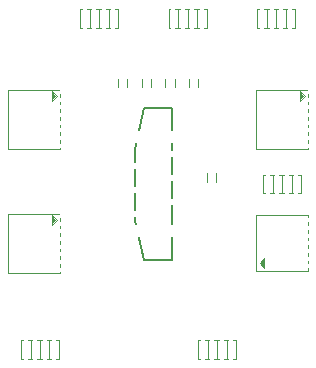
<source format=gbo>
G04 #@! TF.GenerationSoftware,KiCad,Pcbnew,(5.1.9)-1*
G04 #@! TF.CreationDate,2023-02-02T22:46:09+01:00*
G04 #@! TF.ProjectId,Leds,4c656473-2e6b-4696-9361-645f70636258,rev?*
G04 #@! TF.SameCoordinates,PXd59f80PYd59f80*
G04 #@! TF.FileFunction,Legend,Bot*
G04 #@! TF.FilePolarity,Positive*
%FSLAX46Y46*%
G04 Gerber Fmt 4.6, Leading zero omitted, Abs format (unit mm)*
G04 Created by KiCad (PCBNEW (5.1.9)-1) date 2023-02-02 22:46:09*
%MOMM*%
%LPD*%
G01*
G04 APERTURE LIST*
%ADD10C,0.060000*%
%ADD11C,0.150000*%
%ADD12C,0.100000*%
%ADD13C,0.280000*%
%ADD14C,0.200000*%
%ADD15C,0.070000*%
%ADD16C,0.030000*%
%ADD17R,1.000000X0.700000*%
%ADD18R,1.800000X1.000000*%
%ADD19R,1.800000X0.600000*%
%ADD20R,1.500000X0.400000*%
%ADD21R,0.400000X1.100000*%
G04 APERTURE END LIST*
D10*
X12600000Y-11700000D02*
X13400000Y-11700000D01*
X12600000Y-13300000D02*
X12600000Y-11700000D01*
X13400000Y-13300000D02*
X12600000Y-13300000D01*
X13400000Y-11700000D02*
X13400000Y-13300000D01*
X12600000Y-13000000D02*
X13400000Y-13000000D01*
X12600000Y-12000000D02*
X13400000Y-12000000D01*
X12600000Y-13050000D02*
X13400000Y-13050000D01*
X13400000Y-13250000D02*
X12600000Y-13250000D01*
X13400000Y-13200000D02*
X12600000Y-13200000D01*
X12600000Y-13150000D02*
X13400000Y-13150000D01*
X13400000Y-13100000D02*
X12600000Y-13100000D01*
X13400000Y-11800000D02*
X12600000Y-11800000D01*
X12600000Y-11850000D02*
X13400000Y-11850000D01*
X13400000Y-11900000D02*
X12600000Y-11900000D01*
X13400000Y-11950000D02*
X12600000Y-11950000D01*
X12600000Y-11750000D02*
X13400000Y-11750000D01*
X12600000Y-11700000D02*
X13400000Y-11700000D01*
X13400000Y-12000000D02*
X12600000Y-12000000D01*
X14600000Y-11700000D02*
X15400000Y-11700000D01*
X14600000Y-13300000D02*
X14600000Y-11700000D01*
X15400000Y-13300000D02*
X14600000Y-13300000D01*
X15400000Y-11700000D02*
X15400000Y-13300000D01*
X14600000Y-13000000D02*
X15400000Y-13000000D01*
X14600000Y-12000000D02*
X15400000Y-12000000D01*
X14600000Y-13050000D02*
X15400000Y-13050000D01*
X15400000Y-13250000D02*
X14600000Y-13250000D01*
X15400000Y-13200000D02*
X14600000Y-13200000D01*
X14600000Y-13150000D02*
X15400000Y-13150000D01*
X15400000Y-13100000D02*
X14600000Y-13100000D01*
X15400000Y-11800000D02*
X14600000Y-11800000D01*
X14600000Y-11850000D02*
X15400000Y-11850000D01*
X15400000Y-11900000D02*
X14600000Y-11900000D01*
X15400000Y-11950000D02*
X14600000Y-11950000D01*
X14600000Y-11750000D02*
X15400000Y-11750000D01*
X14600000Y-11700000D02*
X15400000Y-11700000D01*
X15400000Y-12000000D02*
X14600000Y-12000000D01*
X16600000Y-11700000D02*
X17400000Y-11700000D01*
X16600000Y-13300000D02*
X16600000Y-11700000D01*
X17400000Y-13300000D02*
X16600000Y-13300000D01*
X17400000Y-11700000D02*
X17400000Y-13300000D01*
X16600000Y-13000000D02*
X17400000Y-13000000D01*
X16600000Y-12000000D02*
X17400000Y-12000000D01*
X16600000Y-13050000D02*
X17400000Y-13050000D01*
X17400000Y-13250000D02*
X16600000Y-13250000D01*
X17400000Y-13200000D02*
X16600000Y-13200000D01*
X16600000Y-13150000D02*
X17400000Y-13150000D01*
X17400000Y-13100000D02*
X16600000Y-13100000D01*
X17400000Y-11800000D02*
X16600000Y-11800000D01*
X16600000Y-11850000D02*
X17400000Y-11850000D01*
X17400000Y-11900000D02*
X16600000Y-11900000D01*
X17400000Y-11950000D02*
X16600000Y-11950000D01*
X16600000Y-11750000D02*
X17400000Y-11750000D01*
X16600000Y-11700000D02*
X17400000Y-11700000D01*
X17400000Y-12000000D02*
X16600000Y-12000000D01*
X18600000Y-11700000D02*
X19400000Y-11700000D01*
X18600000Y-13300000D02*
X18600000Y-11700000D01*
X19400000Y-13300000D02*
X18600000Y-13300000D01*
X19400000Y-11700000D02*
X19400000Y-13300000D01*
X18600000Y-13000000D02*
X19400000Y-13000000D01*
X18600000Y-12000000D02*
X19400000Y-12000000D01*
X18600000Y-13050000D02*
X19400000Y-13050000D01*
X19400000Y-13250000D02*
X18600000Y-13250000D01*
X19400000Y-13200000D02*
X18600000Y-13200000D01*
X18600000Y-13150000D02*
X19400000Y-13150000D01*
X19400000Y-13100000D02*
X18600000Y-13100000D01*
X19400000Y-11800000D02*
X18600000Y-11800000D01*
X18600000Y-11850000D02*
X19400000Y-11850000D01*
X19400000Y-11900000D02*
X18600000Y-11900000D01*
X19400000Y-11950000D02*
X18600000Y-11950000D01*
X18600000Y-11750000D02*
X19400000Y-11750000D01*
X18600000Y-11700000D02*
X19400000Y-11700000D01*
X19400000Y-12000000D02*
X18600000Y-12000000D01*
X20900000Y-21300000D02*
X20100000Y-21300000D01*
X20900000Y-19700000D02*
X20900000Y-21300000D01*
X20100000Y-19700000D02*
X20900000Y-19700000D01*
X20100000Y-21300000D02*
X20100000Y-19700000D01*
X20900000Y-20000000D02*
X20100000Y-20000000D01*
X20900000Y-21000000D02*
X20100000Y-21000000D01*
X20900000Y-19950000D02*
X20100000Y-19950000D01*
X20100000Y-19750000D02*
X20900000Y-19750000D01*
X20100000Y-19800000D02*
X20900000Y-19800000D01*
X20900000Y-19850000D02*
X20100000Y-19850000D01*
X20100000Y-19900000D02*
X20900000Y-19900000D01*
X20100000Y-21200000D02*
X20900000Y-21200000D01*
X20900000Y-21150000D02*
X20100000Y-21150000D01*
X20100000Y-21100000D02*
X20900000Y-21100000D01*
X20100000Y-21050000D02*
X20900000Y-21050000D01*
X20900000Y-21250000D02*
X20100000Y-21250000D01*
X20900000Y-21300000D02*
X20100000Y-21300000D01*
X20100000Y-21000000D02*
X20900000Y-21000000D01*
D11*
X14800000Y-27400000D02*
X14000000Y-24100000D01*
X14000000Y-18000000D02*
X14000000Y-24100000D01*
X14000000Y-18000000D02*
X14800000Y-14600000D01*
X14800000Y-14600000D02*
X17200000Y-14600000D01*
X14800000Y-27400000D02*
X17200000Y-27400000D01*
X17200000Y-14600000D02*
X17200000Y-27400000D01*
D12*
X3300000Y-18000000D02*
X7700000Y-18000000D01*
X7700000Y-13000000D02*
X3300000Y-13000000D01*
X7700000Y-18000000D02*
X7700000Y-13000000D01*
X3300000Y-13000000D02*
X3300000Y-18000000D01*
X7000000Y-13935000D02*
X7400000Y-13535000D01*
X7000000Y-13135000D02*
X7000000Y-13935000D01*
X7400000Y-13535000D02*
X7000000Y-13135000D01*
D13*
X7200000Y-13535000D02*
X7100000Y-13535000D01*
D14*
X7100000Y-13335000D02*
X7100000Y-13735000D01*
D12*
X3300000Y-28500000D02*
X7700000Y-28500000D01*
X7700000Y-23500000D02*
X3300000Y-23500000D01*
X7700000Y-28500000D02*
X7700000Y-23500000D01*
X3300000Y-23500000D02*
X3300000Y-28500000D01*
X7000000Y-24435000D02*
X7400000Y-24035000D01*
X7000000Y-23635000D02*
X7000000Y-24435000D01*
X7400000Y-24035000D02*
X7000000Y-23635000D01*
D13*
X7200000Y-24035000D02*
X7100000Y-24035000D01*
D14*
X7100000Y-23835000D02*
X7100000Y-24235000D01*
D12*
X28700000Y-28400000D02*
X28700000Y-23650000D01*
X24300000Y-23650000D02*
X24300000Y-28400000D01*
X28700000Y-23650000D02*
X24300000Y-23650000D01*
D14*
X24900000Y-27900000D02*
X24900000Y-27500000D01*
D13*
X24800000Y-27700000D02*
X24900000Y-27700000D01*
D12*
X24600000Y-27700000D02*
X25000000Y-28100000D01*
X25000000Y-28100000D02*
X25000000Y-27300000D01*
X25000000Y-27300000D02*
X24600000Y-27700000D01*
X24300000Y-28400000D02*
X28700000Y-28400000D01*
X24300000Y-18000000D02*
X28700000Y-18000000D01*
X28700000Y-13000000D02*
X24300000Y-13000000D01*
X28700000Y-18000000D02*
X28700000Y-13000000D01*
X24300000Y-13000000D02*
X24300000Y-18000000D01*
X28000000Y-13935000D02*
X28400000Y-13535000D01*
X28000000Y-13135000D02*
X28000000Y-13935000D01*
X28400000Y-13535000D02*
X28000000Y-13135000D01*
D13*
X28200000Y-13535000D02*
X28100000Y-13535000D01*
D14*
X28100000Y-13335000D02*
X28100000Y-13735000D01*
D15*
X12600000Y-7800000D02*
X9400000Y-7800000D01*
D16*
X10200000Y-6200000D02*
X10200000Y-7800000D01*
X11000000Y-6200000D02*
X11000000Y-7800000D01*
X11800000Y-6200000D02*
X11800000Y-7800000D01*
D15*
X12600000Y-6200000D02*
X12600000Y-7800000D01*
X9400000Y-6200000D02*
X9400000Y-7800000D01*
X12600000Y-6200000D02*
X9400000Y-6200000D01*
X24400000Y-6200000D02*
X27600000Y-6200000D01*
D16*
X26800000Y-7800000D02*
X26800000Y-6200000D01*
X26000000Y-7800000D02*
X26000000Y-6200000D01*
X25200000Y-7800000D02*
X25200000Y-6200000D01*
D15*
X24400000Y-7800000D02*
X24400000Y-6200000D01*
X27600000Y-7800000D02*
X27600000Y-6200000D01*
X24400000Y-7800000D02*
X27600000Y-7800000D01*
X7600000Y-35800000D02*
X4400000Y-35800000D01*
D16*
X5200000Y-34200000D02*
X5200000Y-35800000D01*
X6000000Y-34200000D02*
X6000000Y-35800000D01*
X6800000Y-34200000D02*
X6800000Y-35800000D01*
D15*
X7600000Y-34200000D02*
X7600000Y-35800000D01*
X4400000Y-34200000D02*
X4400000Y-35800000D01*
X7600000Y-34200000D02*
X4400000Y-34200000D01*
X19400000Y-34200000D02*
X22600000Y-34200000D01*
D16*
X21800000Y-35800000D02*
X21800000Y-34200000D01*
X21000000Y-35800000D02*
X21000000Y-34200000D01*
X20200000Y-35800000D02*
X20200000Y-34200000D01*
D15*
X19400000Y-35800000D02*
X19400000Y-34200000D01*
X22600000Y-35800000D02*
X22600000Y-34200000D01*
X19400000Y-35800000D02*
X22600000Y-35800000D01*
X16900000Y-6200000D02*
X20100000Y-6200000D01*
D16*
X19300000Y-7800000D02*
X19300000Y-6200000D01*
X18500000Y-7800000D02*
X18500000Y-6200000D01*
X17700000Y-7800000D02*
X17700000Y-6200000D01*
D15*
X16900000Y-7800000D02*
X16900000Y-6200000D01*
X20100000Y-7800000D02*
X20100000Y-6200000D01*
X16900000Y-7800000D02*
X20100000Y-7800000D01*
X28100000Y-21800000D02*
X24900000Y-21800000D01*
D16*
X25700000Y-20200000D02*
X25700000Y-21800000D01*
X26500000Y-20200000D02*
X26500000Y-21800000D01*
X27300000Y-20200000D02*
X27300000Y-21800000D01*
D15*
X28100000Y-20200000D02*
X28100000Y-21800000D01*
X24900000Y-20200000D02*
X24900000Y-21800000D01*
X28100000Y-20200000D02*
X24900000Y-20200000D01*
%LPC*%
D17*
X13000000Y-11750000D03*
X13000000Y-13250000D03*
X15000000Y-11750000D03*
X15000000Y-13250000D03*
X17000000Y-11750000D03*
X17000000Y-13250000D03*
X19000000Y-11750000D03*
X19000000Y-13250000D03*
X20500000Y-21250000D03*
X20500000Y-19750000D03*
D18*
X17250000Y-25000000D03*
X14750000Y-17000000D03*
X17250000Y-17000000D03*
X14750000Y-25000000D03*
D19*
X14750000Y-19500000D03*
X17250000Y-18500000D03*
X14750000Y-21500000D03*
X17250000Y-20500000D03*
X17250000Y-22500000D03*
X14750000Y-23500000D03*
D20*
X2550000Y-13210000D03*
X2550000Y-13860000D03*
X2550000Y-14510000D03*
X2550000Y-15160000D03*
X2550000Y-15810000D03*
X2550000Y-16460000D03*
X2550000Y-17110000D03*
X2550000Y-17760000D03*
X8450000Y-17760000D03*
X8450000Y-17110000D03*
X8450000Y-16460000D03*
X8450000Y-15810000D03*
X8450000Y-15160000D03*
X8450000Y-14510000D03*
X8450000Y-13860000D03*
X8450000Y-13210000D03*
X2550000Y-23710000D03*
X2550000Y-24360000D03*
X2550000Y-25010000D03*
X2550000Y-25660000D03*
X2550000Y-26310000D03*
X2550000Y-26960000D03*
X2550000Y-27610000D03*
X2550000Y-28260000D03*
X8450000Y-28260000D03*
X8450000Y-27610000D03*
X8450000Y-26960000D03*
X8450000Y-26310000D03*
X8450000Y-25660000D03*
X8450000Y-25010000D03*
X8450000Y-24360000D03*
X8450000Y-23710000D03*
X23550000Y-25375000D03*
X23550000Y-24725000D03*
X23550000Y-24075000D03*
X29450000Y-24075000D03*
X29450000Y-24725000D03*
X29450000Y-25375000D03*
X29450000Y-27975000D03*
X29450000Y-27325000D03*
X29450000Y-26675000D03*
X29450000Y-26025000D03*
X23550000Y-26025000D03*
X23550000Y-26675000D03*
X23550000Y-27325000D03*
X23550000Y-27975000D03*
X23550000Y-13210000D03*
X23550000Y-13860000D03*
X23550000Y-14510000D03*
X23550000Y-15160000D03*
X23550000Y-15810000D03*
X23550000Y-16460000D03*
X23550000Y-17110000D03*
X23550000Y-17760000D03*
X29450000Y-17760000D03*
X29450000Y-17110000D03*
X29450000Y-16460000D03*
X29450000Y-15810000D03*
X29450000Y-15160000D03*
X29450000Y-14510000D03*
X29450000Y-13860000D03*
X29450000Y-13210000D03*
D21*
X11400000Y-6150000D03*
X11400000Y-7850000D03*
X10600000Y-7850000D03*
X10600000Y-6150000D03*
X9800000Y-6150000D03*
X9800000Y-7850000D03*
X12200000Y-7850000D03*
X12200000Y-6150000D03*
X25600000Y-7850000D03*
X25600000Y-6150000D03*
X26400000Y-6150000D03*
X26400000Y-7850000D03*
X27200000Y-7850000D03*
X27200000Y-6150000D03*
X24800000Y-6150000D03*
X24800000Y-7850000D03*
X6400000Y-34150000D03*
X6400000Y-35850000D03*
X5600000Y-35850000D03*
X5600000Y-34150000D03*
X4800000Y-34150000D03*
X4800000Y-35850000D03*
X7200000Y-35850000D03*
X7200000Y-34150000D03*
X20600000Y-35850000D03*
X20600000Y-34150000D03*
X21400000Y-34150000D03*
X21400000Y-35850000D03*
X22200000Y-35850000D03*
X22200000Y-34150000D03*
X19800000Y-34150000D03*
X19800000Y-35850000D03*
X18100000Y-7850000D03*
X18100000Y-6150000D03*
X18900000Y-6150000D03*
X18900000Y-7850000D03*
X19700000Y-7850000D03*
X19700000Y-6150000D03*
X17300000Y-6150000D03*
X17300000Y-7850000D03*
X26900000Y-20150000D03*
X26900000Y-21850000D03*
X26100000Y-21850000D03*
X26100000Y-20150000D03*
X25300000Y-20150000D03*
X25300000Y-21850000D03*
X27700000Y-21850000D03*
X27700000Y-20150000D03*
M02*

</source>
